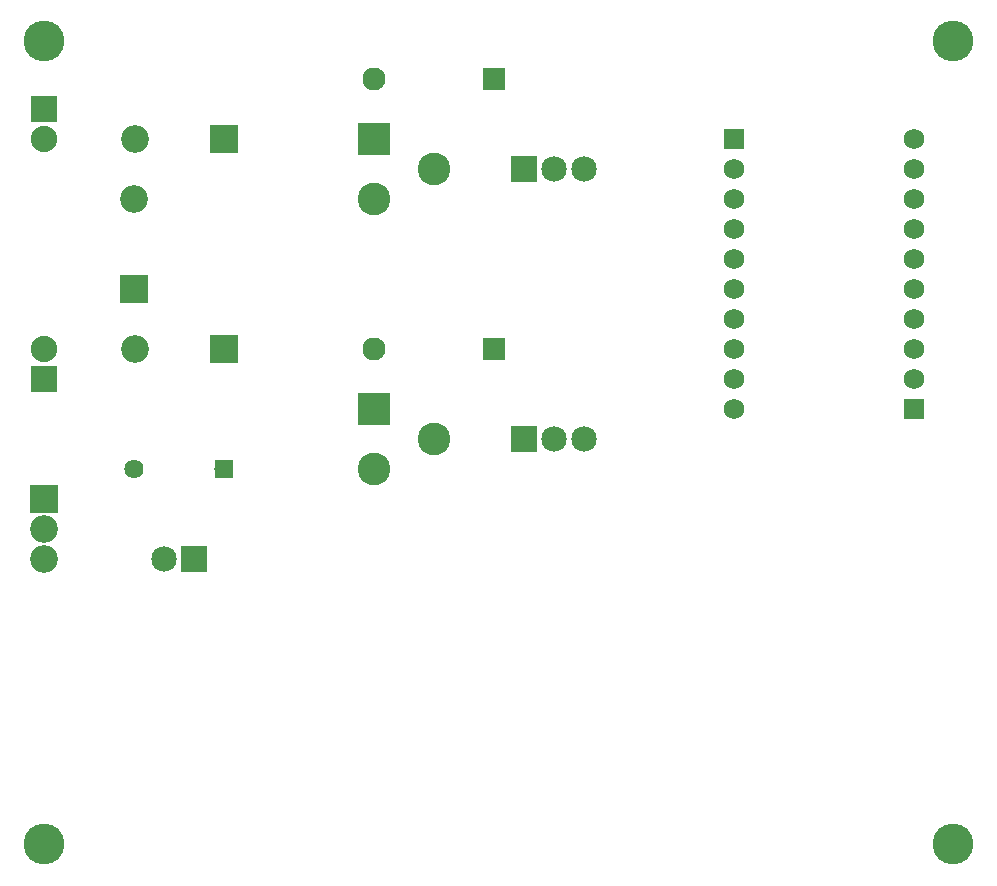
<source format=gts>
G04 MADE WITH FRITZING*
G04 WWW.FRITZING.ORG*
G04 DOUBLE SIDED*
G04 HOLES PLATED*
G04 CONTOUR ON CENTER OF CONTOUR VECTOR*
%ASAXBY*%
%FSLAX23Y23*%
%MOIN*%
%OFA0B0*%
%SFA1.0B1.0*%
%ADD10C,0.092000*%
%ADD11C,0.085000*%
%ADD12C,0.109000*%
%ADD13C,0.088000*%
%ADD14C,0.064000*%
%ADD15C,0.077000*%
%ADD16C,0.069000*%
%ADD17C,0.135984*%
%ADD18R,0.092000X0.092000*%
%ADD19R,0.085000X0.085000*%
%ADD20R,0.109000X0.109000*%
%ADD21R,0.088000X0.088000*%
%ADD22R,0.064000X0.064000*%
%ADD23R,0.077000X0.077000*%
%ADD24R,0.069000X0.069000*%
%LNMASK1*%
G90*
G70*
G54D10*
X533Y2076D03*
X533Y2374D03*
X833Y1876D03*
X535Y1876D03*
X833Y2576D03*
X535Y2576D03*
G54D11*
X2033Y2476D03*
X1933Y2476D03*
X1833Y2476D03*
G54D12*
X1333Y2376D03*
X1333Y2576D03*
X1533Y2476D03*
G54D13*
X233Y1776D03*
X233Y1876D03*
X233Y2676D03*
X233Y2576D03*
G54D10*
X233Y1376D03*
X233Y1276D03*
X233Y1176D03*
G54D11*
X733Y1176D03*
X633Y1176D03*
G54D14*
X833Y1476D03*
X533Y1476D03*
G54D15*
X1733Y2776D03*
X1333Y2776D03*
G54D11*
X2033Y1576D03*
X1933Y1576D03*
X1833Y1576D03*
G54D12*
X1333Y1476D03*
X1333Y1676D03*
X1533Y1576D03*
G54D15*
X1733Y1876D03*
X1333Y1876D03*
G54D16*
X2533Y2576D03*
X2533Y2476D03*
X2533Y2376D03*
X2533Y2276D03*
X2533Y2176D03*
X2533Y2076D03*
X2533Y1976D03*
X2533Y1876D03*
X2533Y1776D03*
X2533Y1676D03*
X3133Y1676D03*
X3133Y1776D03*
X3133Y1876D03*
X3133Y1976D03*
X3133Y2076D03*
X3133Y2176D03*
X3133Y2276D03*
X3133Y2376D03*
X3133Y2476D03*
X3133Y2576D03*
G54D17*
X233Y2901D03*
X3264Y2901D03*
X233Y224D03*
X3264Y224D03*
G54D18*
X533Y2075D03*
X834Y1876D03*
X834Y2576D03*
G54D19*
X1833Y2476D03*
G54D20*
X1333Y2576D03*
G54D21*
X233Y1776D03*
X233Y2676D03*
G54D18*
X233Y1376D03*
G54D19*
X733Y1176D03*
G54D22*
X833Y1476D03*
G54D23*
X1733Y2776D03*
G54D19*
X1833Y1576D03*
G54D20*
X1333Y1676D03*
G54D23*
X1733Y1876D03*
G54D24*
X2533Y2576D03*
X3133Y1676D03*
G04 End of Mask1*
M02*
</source>
